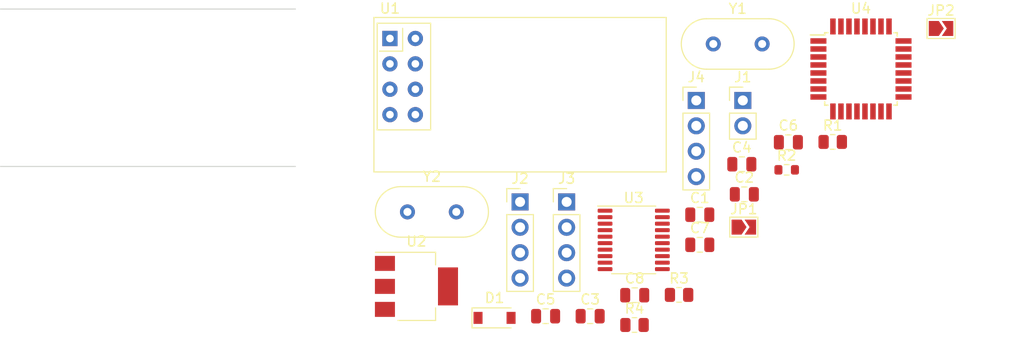
<source format=kicad_pcb>
(kicad_pcb (version 20211014) (generator pcbnew)
  (layers (0 "F.Cu" signal) (31 "B.Cu" signal) (34 "B.Paste" user) (35 "F.Paste" user) (36 "B.SilkS" user "B.Silkscreen") (37 "F.SilkS" user "F.Silkscreen") (38 "B.Mask" user) (39 "F.Mask" user) (44 "Edge.Cuts" user))
  (net 0 "")
  (net 1 "GND")
  (net 2 "Net-(C1-Pad2)")
  (net 3 "+3V3")
  (net 4 "Net-(C4-Pad1)")
  (net 5 "Net-(C6-Pad1)")
  (net 6 "Net-(D1-Pad1)")
  (net 7 "Net-(D1-Pad2)")
  (net 8 "Net-(J2-Pad2)")
  (net 9 "Net-(J2-Pad3)")
  (net 10 "Net-(J3-Pad2)")
  (net 11 "Net-(J3-Pad3)")
  (net 12 "Net-(J4-Pad2)")
  (net 13 "Net-(J4-Pad3)")
  (net 14 "Net-(JP1-Pad2)")
  (net 15 "Net-(JP2-Pad2)")
  (net 16 "Net-(R2-Pad2)")
  (net 17 "Net-(U1-Pad3)")
  (net 18 "Net-(U1-Pad4)")
  (net 19 "Net-(U1-Pad5)")
  (net 20 "Net-(U1-Pad6)")
  (net 21 "Net-(U1-Pad7)")
  (net 22 "Net-(U1-Pad8)")
  (net 23 "Net-(J2-Pad4)")
  (net 24 "Net-(C7-Pad1)")
  (net 25 "Net-(C8-Pad2)")
  (footprint "Package_QFP:TQFP-32_7x7mm_P0.8mm" (layer "F.Cu") (at 236.572 105.562)
    (fp_text reference "U4" (at 0 -6.05) (layer "F.SilkS"))
    (fp_text value "ATmega48-20A")
    (fp_line (start 3.625 -3.625) (end 3.625 -3.3) (layer "F.SilkS") (width 0.15))
    (fp_line (start -3.625 -3.625) (end -3.3 -3.625) (layer "F.SilkS") (width 0.15))
    (fp_line (start 3.625 3.625) (end 3.3 3.625) (layer "F.SilkS") (width 0.15))
    (fp_line (start 3.625 -3.625) (end 3.3 -3.625) (layer "F.SilkS") (width 0.15))
    (fp_line (start -3.625 -3.4) (end -5.05 -3.4) (layer "F.SilkS") (width 0.15))
    (fp_line (start 3.625 3.625) (end 3.625 3.3) (layer "F.SilkS") (width 0.15))
    (fp_line (start -3.625 3.625) (end -3.625 3.3) (layer "F.SilkS") (width 0.15))
    (fp_line (start -3.625 -3.625) (end -3.625 -3.4) (layer "F.SilkS") (width 0.15))
    (fp_line (start -3.625 3.625) (end -3.3 3.625) (layer "F.SilkS") (width 0.15))
    (pad "1" smd rect (at -4.25 -2.8) (size 1.6 0.55) (layers "F.Cu" "F.Paste" "F.Mask"))
    (pad "2" smd rect (at -4.25 -2) (size 1.6 0.55) (layers "F.Cu" "F.Paste" "F.Mask"))
    (pad "3" smd rect (at -4.25 -1.2) (size 1.6 0.55) (layers "F.Cu" "F.Paste" "F.Mask") (net 1 "GND"))
    (pad "4" smd rect (at -4.25 -0.4) (size 1.6 0.55) (layers "F.Cu" "F.Paste" "F.Mask") (net 3 "+3V3"))
    (pad "5" smd rect (at -4.25 0.4) (size 1.6 0.55) (layers "F.Cu" "F.Paste" "F.Mask") (net 1 "GND"))
    (pad "6" smd rect (at -4.25 1.2) (size 1.6 0.55) (layers "F.Cu" "F.Paste" "F.Mask") (net 3 "+3V3"))
    (pad "7" smd rect (at -4.25 2) (size 1.6 0.55) (layers "F.Cu" "F.Paste" "F.Mask") (net 25 "Net-(C8-Pad2)"))
    (pad "8" smd rect (at -4.25 2.8) (size 1.6 0.55) (layers "F.Cu" "F.Paste" "F.Mask") (net 24 "Net-(C7-Pad1)"))
    (pad "9" smd rect (at -2.8 4.25 90) (size 1.6 0.55) (layers "F.Cu" "F.Paste" "F.Mask"))
    (pad "10" smd rect (at -2 4.25 90) (size 1.6 0.55) (layers "F.Cu" "F.Paste" "F.Mask"))
    (pad "11" smd rect (at -1.2 4.25 90) (size 1.6 0.55) (layers "F.Cu" "F.Paste" "F.Mask"))
    (pad "12" smd rect (at -0.4 4.25 90) (size 1.6 0.55) (layers "F.Cu" "F.Paste" "F.Mask"))
    (pad "13" smd rect (at 0.4 4.25 90) (size 1.6 0.55) (layers "F.Cu" "F.Paste" "F.Mask"))
    (pad "14" smd rect (at 1.2 4.25 90) (size 1.6 0.55) (layers "F.Cu" "F.Paste" "F.Mask"))
    (pad "15" smd rect (at 2 4.25 90) (size 1.6 0.55) (layers "F.Cu" "F.Paste" "F.Mask"))
    (pad "16" smd rect (at 2.8 4.25 90) (size 1.6 0.55) (layers "F.Cu" "F.Paste" "F.Mask"))
    (pad "17" smd rect (at 4.25 2.8) (size 1.6 0.55) (layers "F.Cu" "F.Paste" "F.Mask"))
    (pad "18" smd rect (at 4.25 2) (size 1.6 0.55) (layers "F.Cu" "F.Paste" "F.Mask") (net 3 "+3V3"))
    (pad "19" smd rect (at 4.25 1.2) (size 1.6 0.55) (layers "F.Cu" "F.Paste" "F.Mask"))
    (pad "20" smd rect (at 4.25 0.4) (size 1.6 0.55) (layers "F.Cu" "F.Paste" "F.Mask"))
    (pad "21" smd rect (at 4.25 -0.4) (size 1.6 0.55) (layers "F.Cu" "F.Paste" "F.Mask") (net 1 "GND"))
    (pad "22" smd rect (at 4.25 -1.2) (size 1.6 0.55) (layers "F.Cu" "F.Paste" "F.Mask"))
    (pad "23" smd rect (at 4.25 -2) (size 1.6 0.55) (layers "F.Cu" "F.Paste" "F.Mask"))
    (pad "24" smd rect (at 4.25 -2.8) (size 1.6 0.55) (layers "F.Cu" "F.Paste" "F.Mask"))
    (pad "25" smd rect (at 2.8 -4.25 90) (size 1.6 0.55) (layers "F.Cu" "F.Paste" "F.Mask"))
    (pad "26" smd rect (at 2 -4.25 90) (size 1.6 0.55) (layers "F.Cu" "F.Paste" "F.Mask"))
    (pad "27" smd rect (at 1.2 -4.25 90) (size 1.6 0.55) (layers "F.Cu" "F.Paste" "F.Mask"))
    (pad "28" smd rect (at 0.4 -4.25 90) (size 1.6 0.55) (layers "F.Cu" "F.Paste" "F.Mask"))
    (pad "29" smd rect (at -0.4 -4.25 90) (size 1.6 0.55) (layers "F.Cu" "F.Paste" "F.Mask"))
    (pad "30" smd rect (at -1.2 -4.25 90) (size 1.6 0.55) (layers "F.Cu" "F.Paste" "F.Mask"))
    (pad "31" smd rect (at -2 -4.25 90) (size 1.6 0.55) (layers "F.Cu" "F.Paste" "F.Mask"))
    (pad "32" smd rect (at -2.8 -4.25 90) (size 1.6 0.55) (layers "F.Cu" "F.Paste" "F.Mask"))
  )
  (footprint "Jumper:SolderJumper-2_P1.3mm_Open_TrianglePad1.0x1.5mm" (layer "F.Cu") (at 224.872 121.382)
    (fp_text reference "JP1" (at 0 -1.8) (layer "F.SilkS"))
    (fp_text value "SolderJumper_2_Open")
    (fp_line (start -1.4 -1) (end 1.4 -1) (layer "F.SilkS") (width 0.12))
    (fp_line (start 1.4 1) (end -1.4 1) (layer "F.SilkS") (width 0.12))
    (fp_line (start 1.4 -1) (end 1.4 1) (layer "F.SilkS") (width 0.12))
    (fp_line (start -1.4 1) (end -1.4 -1) (layer "F.SilkS") (width 0.12))
    (pad "1" smd custom (at -0.725 0) (size 0.3 0.3) (layers "F.Cu" "F.Mask") (net 1 "GND") (options (clearance outline) (anchor rect)) (primitives (gr_poly (pts (xy 1 0) (xy 0.5 0.75) (xy -0.5 0.75) (xy -0.5 -0.75) (xy 0.5 -0.75)) (width 0) (fill yes))))
    (pad "2" smd custom (at 0.725 0) (size 0.3 0.3) (layers "F.Cu" "F.Mask") (net 14 "Net-(JP1-Pad2)") (options (clearance outline) (anchor rect)) (primitives (gr_poly (pts (xy 0.5 0.75) (xy -0.65 0.75) (xy -0.15 0) (xy -0.65 -0.75) (xy 0.5 -0.75)) (width 0) (fill yes))))
  )
  (footprint "Resistor_SMD:R_0603_1608Metric" (layer "F.Cu") (at 229.152 115.652)
    (fp_text reference "R2" (at 0 -1.43) (layer "F.SilkS"))
    (fp_text value "620")
    (fp_line (start -0.237258 0.5225) (end 0.237258 0.5225) (layer "F.SilkS") (width 0.12))
    (fp_line (start -0.237258 -0.5225) (end 0.237258 -0.5225) (layer "F.SilkS") (width 0.12))
    (pad "1" smd roundrect (at -0.825 0) (size 0.8 0.95) (layers "F.Cu" "F.Paste" "F.Mask") (net 14 "Net-(JP1-Pad2)"))
    (pad "2" smd roundrect (at 0.825 0) (size 0.8 0.95) (layers "F.Cu" "F.Paste" "F.Mask") (net 16 "Net-(R2-Pad2)"))
  )
  (footprint "Capacitor_SMD:C_0805_2012Metric" (layer "F.Cu") (at 224.672 115.092)
    (fp_text reference "C4" (at 0 -1.68) (layer "F.SilkS"))
    (fp_text value "22p")
    (fp_line (start -0.261252 -0.735) (end 0.261252 -0.735) (layer "F.SilkS") (width 0.12))
    (fp_line (start -0.261252 0.735) (end 0.261252 0.735) (layer "F.SilkS") (width 0.12))
    (pad "1" smd roundrect (at -0.95 0) (size 1 1.45) (layers "F.Cu" "F.Paste" "F.Mask") (net 4 "Net-(C4-Pad1)"))
    (pad "2" smd roundrect (at 0.95 0) (size 1 1.45) (layers "F.Cu" "F.Paste" "F.Mask") (net 1 "GND"))
  )
  (footprint "Connector_PinHeader_2.54mm:PinHeader_1x04_P2.54mm_Vertical" (layer "F.Cu") (at 207.172 118.862)
    (fp_text reference "J3" (at 0 -2.33) (layer "F.SilkS"))
    (fp_text value "Conn_01x04")
    (fp_line (start -1.33 0) (end -1.33 -1.33) (layer "F.SilkS") (width 0.12))
    (fp_line (start -1.33 8.95) (end 1.33 8.95) (layer "F.SilkS") (width 0.12))
    (fp_line (start -1.33 1.27) (end 1.33 1.27) (layer "F.SilkS") (width 0.12))
    (fp_line (start -1.33 -1.33) (end 0 -1.33) (layer "F.SilkS") (width 0.12))
    (fp_line (start -1.33 1.27) (end -1.33 8.95) (layer "F.SilkS") (width 0.12))
    (fp_line (start 1.33 1.27) (end 1.33 8.95) (layer "F.SilkS") (width 0.12))
    (pad "1" thru_hole rect (at 0 0) (size 1.7 1.7) (drill 1) (layers *.Cu *.Mask) (net 3 "+3V3"))
    (pad "2" thru_hole oval (at 0 2.54) (size 1.7 1.7) (drill 1) (layers *.Cu *.Mask) (net 10 "Net-(J3-Pad2)"))
    (pad "3" thru_hole oval (at 0 5.08) (size 1.7 1.7) (drill 1) (layers *.Cu *.Mask) (net 11 "Net-(J3-Pad3)"))
    (pad "4" thru_hole oval (at 0 7.62) (size 1.7 1.7) (drill 1) (layers *.Cu *.Mask) (net 1 "GND"))
  )
  (footprint "Crystal:Crystal_HC49-U_Vertical" (layer "F.Cu") (at 191.272 119.862)
    (fp_text reference "Y2" (at 2.44 -3.525) (layer "F.SilkS"))
    (fp_text value "16MHz")
    (fp_line (start -0.685 -2.525) (end 5.565 -2.525) (layer "F.SilkS") (width 0.12))
    (fp_line (start -0.685 2.525) (end 5.565 2.525) (layer "F.SilkS") (width 0.12))
    (fp_arc (start 5.565 -2.525) (mid 8.09 0) (end 5.565 2.525) (layer "F.SilkS") (width 0.12))
    (fp_arc (start -0.685 2.525) (mid -3.21 0) (end -0.685 -2.525) (layer "F.SilkS") (width 0.12))
    (pad "1" thru_hole circle (at 0 0) (size 1.5 1.5) (drill 0.8) (layers *.Cu *.Mask) (net 25 "Net-(C8-Pad2)"))
    (pad "2" thru_hole circle (at 4.88 0) (size 1.5 1.5) (drill 0.8) (layers *.Cu *.Mask) (net 24 "Net-(C7-Pad1)"))
  )
  (footprint "Capacitor_SMD:C_0805_2012Metric" (layer "F.Cu") (at 220.472 120.142)
    (fp_text reference "C1" (at 0 -1.68) (layer "F.SilkS"))
    (fp_text value "22p")
    (fp_line (start -0.261252 0.735) (end 0.261252 0.735) (layer "F.SilkS") (width 0.12))
    (fp_line (start -0.261252 -0.735) (end 0.261252 -0.735) (layer "F.SilkS") (width 0.12))
    (pad "1" smd roundrect (at -0.95 0) (size 1 1.45) (layers "F.Cu" "F.Paste" "F.Mask") (net 1 "GND"))
    (pad "2" smd roundrect (at 0.95 0) (size 1 1.45) (layers "F.Cu" "F.Paste" "F.Mask") (net 2 "Net-(C1-Pad2)"))
  )
  (footprint "Diode_SMD:D_SOD-123" (layer "F.Cu") (at 199.972 130.462)
    (fp_text reference "D1" (at 0 -2) (layer "F.SilkS"))
    (fp_text value "1N4148W")
    (fp_line (start -2.25 -1) (end 1.65 -1) (layer "F.SilkS") (width 0.12))
    (fp_line (start -2.25 1) (end 1.65 1) (layer "F.SilkS") (width 0.12))
    (fp_line (start -2.25 -1) (end -2.25 1) (layer "F.SilkS") (width 0.12))
    (pad "1" smd rect (at -1.65 0) (size 0.9 1.2) (layers "F.Cu" "F.Paste" "F.Mask") (net 6 "Net-(D1-Pad1)"))
    (pad "2" smd rect (at 1.65 0) (size 0.9 1.2) (layers "F.Cu" "F.Paste" "F.Mask") (net 7 "Net-(D1-Pad2)"))
  )
  (footprint "Resistor_SMD:R_0805_2012Metric" (layer "F.Cu") (at 233.752 112.862)
    (fp_text reference "R1" (at 0 -1.65) (layer "F.SilkS"))
    (fp_text value "10k")
    (fp_line (start -0.227064 -0.735) (end 0.227064 -0.735) (layer "F.SilkS") (width 0.12))
    (fp_line (start -0.227064 0.735) (end 0.227064 0.735) (layer "F.SilkS") (width 0.12))
    (pad "1" smd roundrect (at -0.9125 0) (size 1.025 1.4) (layers "F.Cu" "F.Paste" "F.Mask") (roundrect_rratio 0.243902) (net 3 "+3V3"))
    (pad "2" smd roundrect (at 0.9125 0) (size 1.025 1.4) (layers "F.Cu" "F.Paste" "F.Mask") (roundrect_rratio 0.243902) (net 14 "Net-(JP1-Pad2)"))
  )
  (footprint "Crystal:Crystal_HC49-U_Vertical" (layer "F.Cu") (at 221.822 103.062)
    (fp_text reference "Y1" (at 2.44 -3.525) (layer "F.SilkS"))
    (fp_text value "16MHz")
    (fp_line (start -0.685 2.525) (end 5.565 2.525) (layer "F.SilkS") (width 0.12))
    (fp_line (start -0.685 -2.525) (end 5.565 -2.525) (layer "F.SilkS") (width 0.12))
    (fp_arc (start -0.685 2.525) (mid -3.21 0) (end -0.685 -2.525) (layer "F.SilkS") (width 0.12))
    (fp_arc (start 5.565 -2.525) (mid 8.09 0) (end 5.565 2.525) (layer "F.SilkS") (width 0.12))
    (pad "1" thru_hole circle (at 0 0) (size 1.5 1.5) (drill 0.8) (layers *.Cu *.Mask) (net 2 "Net-(C1-Pad2)"))
    (pad "2" thru_hole circle (at 4.88 0) (size 1.5 1.5) (drill 0.8) (layers *.Cu *.Mask) (net 4 "Net-(C4-Pad1)"))
  )
  (footprint "Capacitor_SMD:C_0805_2012Metric" (layer "F.Cu") (at 224.922 118.102)
    (fp_text reference "C2" (at 0 -1.68) (layer "F.SilkS"))
    (fp_text value "100n")
    (fp_line (start -0.261252 0.735) (end 0.261252 0.735) (layer "F.SilkS") (width 0.12))
    (fp_line (start -0.261252 -0.735) (end 0.261252 -0.735) (layer "F.SilkS") (width 0.12))
    (pad "1" smd roundrect (at -0.95 0) (size 1 1.45) (layers "F.Cu" "F.Paste" "F.Mask") (net 3 "+3V3"))
    (pad "2" smd roundrect (at 0.95 0) (size 1 1.45) (layers "F.Cu" "F.Paste" "F.Mask") (net 1 "GND"))
  )
  (footprint "Capacitor_SMD:C_0805_2012Metric" (layer "F.Cu") (at 229.322 112.892)
    (fp_text reference "C6" (at 0 -1.68) (layer "F.SilkS"))
    (fp_text value "100n")
    (fp_line (start -0.261252 0.735) (end 0.261252 0.735) (layer "F.SilkS") (width 0.12))
    (fp_line (start -0.261252 -0.735) (end 0.261252 -0.735) (layer "F.SilkS") (width 0.12))
    (pad "1" smd roundrect (at -0.95 0) (size 1 1.45) (layers "F.Cu" "F.Paste" "F.Mask") (net 5 "Net-(C6-Pad1)"))
    (pad "2" smd roundrect (at 0.95 0) (size 1 1.45) (layers "F.Cu" "F.Paste" "F.Mask") (net 1 "GND"))
  )
  (footprint "Capacitor_SMD:C_0805_2012Metric" (layer "F.Cu") (at 209.522 130.292)
    (fp_text reference "C3" (at 0 -1.68) (layer "F.SilkS"))
    (fp_text value "10u")
    (fp_line (start -0.261252 -0.735) (end 0.261252 -0.735) (layer "F.SilkS") (width 0.12))
    (fp_line (start -0.261252 0.735) (end 0.261252 0.735) (layer "F.SilkS") (width 0.12))
    (pad "1" smd roundrect (at -0.95 0) (size 1 1.45) (layers "F.Cu" "F.Paste" "F.Mask") (net 3 "+3V3"))
    (pad "2" smd roundrect (at 0.95 0) (size 1 1.45) (layers "F.Cu" "F.Paste" "F.Mask") (net 1 "GND"))
  )
  (footprint "Package_SO:TSSOP-20_4.4x6.5mm_P0.65mm" (layer "F.Cu") (at 213.872 122.662)
    (fp_text reference "U3" (at 0 -4.2) (layer "F.SilkS"))
    (fp_text value "STM32F030F4Px")
    (fp_line (start 0 -3.385) (end 2.2 -3.385) (layer "F.SilkS") (width 0.12))
    (fp_line (start 0 3.385) (end 2.2 3.385) (layer "F.SilkS") (width 0.12))
    (fp_line (start 0 -3.385) (end -3.6 -3.385) (layer "F.SilkS") (width 0.12))
    (fp_line (start 0 3.385) (end -2.2 3.385) (layer "F.SilkS") (width 0.12))
    (pad "1" smd roundrect (at -2.8625 -2.925) (size 1.475 0.4) (layers "F.Cu" "F.Paste" "F.Mask") (net 16 "Net-(R2-Pad2)"))
    (pad "2" smd roundrect (at -2.8625 -2.275) (size 1.475 0.4) (layers "F.Cu" "F.Paste" "F.Mask") (net 2 "Net-(C1-Pad2)"))
    (pad "3" smd roundrect (at -2.8625 -1.625) (size 1.475 0.4) (layers "F.Cu" "F.Paste" "F.Mask") (net 4 "Net-(C4-Pad1)"))
    (pad "4" smd roundrect (at -2.8625 -0.975) (size 1.475 0.4) (layers "F.Cu" "F.Paste" "F.Mask") (net 5 "Net-(C6-Pad1)"))
    (pad "5" smd roundrect (at -2.8625 -0.325) (size 1.475 0.4) (layers "F.Cu" "F.Paste" "F.Mask") (net 3 "+3V3"))
    (pad "6" smd roundrect (at -2.8625 0.325) (size 1.475 0.4) (layers "F.Cu" "F.Paste" "F.Mask") (net 12 "Net-(J4-Pad2)"))
    (pad "7" smd roundrect (at -2.8625 0.975) (size 1.475 0.4) (layers "F.Cu" "F.Paste" "F.Mask") (net 13 "Net-(J4-Pad3)"))
    (pad "8" smd roundrect (at -2.8625 1.625) (size 1.475 0.4) (layers "F.Cu" "F.Paste" "F.Mask") (net 22 "Net-(U1-Pad8)"))
    (pad "9" smd roundrect (at -2.8625 2.275) (size 1.475 0.4) (layers "F.Cu" "F.Paste" "F.Mask") (net 17 "Net-(U1-Pad3)"))
    (pad "10" smd roundrect (at -2.8625 2.925) (size 1.475 0.4) (layers "F.Cu" "F.Paste" "F.Mask") (net 18 "Net-(U1-Pad4)"))
    (pad "11" smd roundrect (at 2.8625 2.925) (size 1.475 0.4) (layers "F.Cu" "F.Paste" "F.Mask") (net 19 "Net-(U1-Pad5)"))
    (pad "12" smd roundrect (at 2.8625 2.275) (size 1.475 0.4) (layers "F.Cu" "F.Paste" "F.Mask") (net 21 "Net-(U1-Pad7)"))
    (pad "13" smd roundrect (at 2.8625 1.625) (size 1.475 0.4) (layers "F.Cu" "F.Paste" "F.Mask") (net 20 "Net-(U1-Pad6)"))
    (pad "14" smd roundrect (at 2.8625 0.975) (size 1.475 0.4) (layers "F.Cu" "F.Paste" "F.Mask") (net 8 "Net-(J2-Pad2)"))
    (pad "15" smd roundrect (at 2.8625 0.325) (size 1.475 0.4) (layers "F.Cu" "F.Paste" "F.Mask") (net 1 "GND"))
    (pad "16" smd roundrect (at 2.8625 -0.325) (size 1.475 0.4) (layers "F.Cu" "F.Paste" "F.Mask") (net 3 "+3V3"))
    (pad "17" smd roundrect (at 2.8625 -0.975) (size 1.475 0.4) (layers "F.Cu" "F.Paste" "F.Mask") (net 23 "Net-(J2-Pad4)"))
    (pad "18" smd roundrect (at 2.8625 -1.625) (size 1.475 0.4) (layers "F.Cu" "F.Paste" "F.Mask") (net 9 "Net-(J2-Pad3)"))
    (pad "19" smd roundrect (at 2.8625 -2.275) (size 1.475 0.4) (layers "F.Cu" "F.Paste" "F.Mask") (net 10 "Net-(J3-Pad2)"))
    (pad "20" smd roundrect (at 2.8625 -2.925) (size 1.475 0.4) (layers "F.Cu" "F.Paste" "F.Mask") (net 11 "Net-(J3-Pad3)"))
  )
  (footprint "Capacitor_SMD:C_0805_2012Metric" (layer "F.Cu") (at 213.972 128.192)
    (fp_text reference "C8" (at 0 -1.68) (layer "F.SilkS"))
    (fp_text value "22p")
    (fp_line (start -0.261252 0.735) (end 0.261252 0.735) (layer "F.SilkS") (width 0.12))
    (fp_line (start -0.261252 -0.735) (end 0.261252 -0.735) (layer "F.SilkS") (width 0.12))
    (pad "1" smd roundrect (at -0.95 0) (size 1 1.45) (layers "F.Cu" "F.Paste" "F.Mask") (net 1 "GND"))
    (pad "2" smd roundrect (at 0.95 0) (size 1 1.45) (layers "F.Cu" "F.Paste" "F.Mask") (net 25 "Net-(C8-Pad2)"))
  )
  (footprint "Resistor_SMD:R_0805_2012Metric" (layer "F.Cu") (at 213.952 131.172)
    (fp_text reference "R4" (at 0 -1.65) (layer "F.SilkS"))
    (fp_text value "4,7k")
    (fp_line (start -0.227064 0.735) (end 0.227064 0.735) (layer "F.SilkS") (width 0.12))
    (fp_line (start -0.227064 -0.735) (end 0.227064 -0.735) (layer "F.SilkS") (width 0.12))
    (pad "1" smd roundrect (at -0.9125 0) (size 1.025 1.4) (layers "F.Cu" "F.Paste" "F.Mask") (roundrect_rratio 0.243902) (net 3 "+3V3"))
    (pad "2" smd roundrect (at 0.9125 0) (size 1.025 1.4) (layers "F.Cu" "F.Paste" "F.Mask") (roundrect_rratio 0.243902) (net 15 "Net-(JP2-Pad2)"))
  )
  (footprint "Capacitor_SMD:C_0805_2012Metric" (layer "F.Cu") (at 205.072 130.292)
    (fp_text reference "C5" (at 0 -1.68) (layer "F.SilkS"))
    (fp_text value "100n")
    (fp_line (start -0.261252 -0.735) (end 0.261252 -0.735) (layer "F.SilkS") (width 0.12))
    (fp_line (start -0.261252 0.735) (end 0.261252 0.735) (layer "F.SilkS") (width 0.12))
    (pad "1" smd roundrect (at -0.95 0) (size 1 1.45) (layers "F.Cu" "F.Paste" "F.Mask") (net 3 "+3V3"))
    (pad "2" smd roundrect (at 0.95 0) (size 1 1.45) (layers "F.Cu" "F.Paste" "F.Mask") (net 1 "GND"))
  )
  (footprint "Capacitor_SMD:C_0805_2012Metric" (layer "F.Cu") (at 220.472 123.152)
    (fp_text reference "C7" (at 0 -1.68) (layer "F.SilkS"))
    (fp_text value "22p")
    (fp_line (start -0.261252 -0.735) (end 0.261252 -0.735) (layer "F.SilkS") (width 0.12))
    (fp_line (start -0.261252 0.735) (end 0.261252 0.735) (layer "F.SilkS") (width 0.12))
    (pad "1" smd roundrect (at -0.95 0) (size 1 1.45) (layers "F.Cu" "F.Paste" "F.Mask") (net 24 "Net-(C7-Pad1)"))
    (pad "2" smd roundrect (at 0.95 0) (size 1 1.45) (layers "F.Cu" "F.Paste" "F.Mask") (net 1 "GND"))
  )
  (footprint "Connector_PinHeader_2.54mm:PinHeader_1x04_P2.54mm_Vertical" (layer "F.Cu") (at 220.122 108.712)
    (fp_text reference "J4" (at 0 -2.33) (layer "F.SilkS"))
    (fp_text value "Conn_01x04")
    (fp_line (start -1.33 -1.33) (end 0 -1.33) (layer "F.SilkS") (width 0.12))
    (fp_line (start 1.33 1.27) (end 1.33 8.95) (layer "F.SilkS") (width 0.12))
    (fp_line (start -1.33 1.27) (end 1.33 1.27) (layer "F.SilkS") (width 0.12))
    (fp_line (start -1.33 0) (end -1.33 -1.33) (layer "F.SilkS") (width 0.12))
    (fp_line (start -1.33 8.95) (end 1.33 8.95) (layer "F.SilkS") (width 0.12))
    (fp_line (start -1.33 1.27) (end -1.33 8.95) (layer "F.SilkS") (width 0.12))
    (pad "1" thru_hole rect (at 0 0) (size 1.7 1.7) (drill 1) (layers *.Cu *.Mask) (net 3 "+3V3"))
    (pad "2" thru_hole oval (at 0 2.54) (size 1.7 1.7) (drill 1) (layers *.Cu *.Mask) (net 12 "Net-(J4-Pad2)"))
    (pad "3" thru_hole oval (at 0 5.08) (size 1.7 1.7) (drill 1) (layers *.Cu *.Mask) (net 13 "Net-(J4-Pad3)"))
    (pad "4" thru_hole oval (at 0 7.62) (size 1.7 1.7) (drill 1) (layers *.Cu *.Mask) (net 1 "GND"))
  )
  (footprint "Jumper:SolderJumper-2_P1.3mm_Open_TrianglePad1.0x1.5mm" (layer "F.Cu") (at 244.572 101.512)
    (fp_text reference "JP2" (at 0 -1.8) (layer "F.SilkS"))
    (fp_text value "SolderJumper_2_Open")
    (fp_line (start 1.4 -1) (end 1.4 1) (layer "F.SilkS") (width 0.12))
    (fp_line (start 1.4 1) (end -1.4 1) (layer "F.SilkS") (width 0.12))
    (fp_line (start -1.4 -1) (end 1.4 -1) (layer "F.SilkS") (width 0.12))
    (fp_line (start -1.4 1) (end -1.4 -1) (layer "F.SilkS") (width 0.12))
    (pad "1" smd custom (at -0.725 0) (size 0.3 0.3) (layers "F.Cu" "F.Mask") (net 13 "Net-(J4-Pad3)") (options (clearance outline) (anchor rect)) (primitives (gr_poly (pts (xy 1 0) (xy 0.5 0.75) (xy -0.5 0.75) (xy -0.5 -0.75) (xy 0.5 -0.75)) (width 0) (fill yes))))
    (pad "2" smd custom (at 0.725 0) (size 0.3 0.3) (layers "F.Cu" "F.Mask") (net 15 "Net-(JP2-Pad2)") (options (clearance outline) (anchor rect)) (primitives (gr_poly (pts (xy 0.5 0.75) (xy -0.65 0.75) (xy -0.15 0) (xy -0.65 -0.75) (xy 0.5 -0.75)) (width 0) (fill yes))))
  )
  (footprint "Connector_PinHeader_2.54mm:PinHeader_1x04_P2.54mm_Vertical" (layer "F.Cu") (at 202.522 118.862)
    (fp_text reference "J2" (at 0 -2.33) (layer "F.SilkS"))
    (fp_text value "Conn_01x04")
    (fp_line (start 1.33 1.27) (end 1.33 8.95) (layer "F.SilkS") (width 0.12))
    (fp_line (start -1.33 1.27) (end -1.33 8.95) (layer "F.SilkS") (width 0.12))
    (fp_line (start -1.33 -1.33) (end 0 -1.33) (layer "F.SilkS") (width 0.12))
    (fp_line (start -1.33 8.95) (end 1.33 8.95) (layer "F.SilkS") (width 0.12))
    (fp_line (start -1.33 1.27) (end 1.33 1.27) (layer "F.SilkS") (width 0.12))
    (fp_line (start -1.33 0) (end -1.33 -1.33) (layer "F.SilkS") (width 0.12))
    (pad "1" thru_hole rect (at 0 0) (size 1.7 1.7) (drill 1) (layers *.Cu *.Mask) (net 1 "GND"))
    (pad "2" thru_hole oval (at 0 2.54) (size 1.7 1.7) (drill 1) (layers *.Cu *.Mask) (net 8 "Net-(J2-Pad2)"))
    (pad "3" thru_hole oval (at 0 5.08) (size 1.7 1.7) (drill 1) (layers *.Cu *.Mask) (net 9 "Net-(J2-Pad3)"))
    (pad "4" thru_hole oval (at 0 7.62) (size 1.7 1.7) (drill 1) (layers *.Cu *.Mask) (net 23 "Net-(J2-Pad4)"))
  )
  (footprint "Resistor_SMD:R_0805_2012Metric" (layer "F.Cu") (at 218.402 128.162)
    (fp_text reference "R3" (at 0 -1.65) (layer "F.SilkS"))
    (fp_text value "10k")
    (fp_line (start -0.227064 0.735) (end 0.227064 0.735) (layer "F.SilkS") (width 0.12))
    (fp_line (start -0.227064 -0.735) (end 0.227064 -0.735) (layer "F.SilkS") (width 0.12))
    (pad "1" smd roundrect (at -0.9125 0) (size 1.025 1.4) (layers "F.Cu" "F.Paste" "F.Mask") (roundrect_rratio 0.243902) (net 3 "+3V3"))
    (pad "2" smd roundrect (at 0.9125 0) (size 1.025 1.4) (layers "F.Cu" "F.Paste" "F.Mask") (roundrect_rratio 0.243902) (net 5 "Net-(C6-Pad1)"))
  )
  (footprint "RF_Module:nRF24L01_Breakout" (layer "F.Cu") (at 189.522 102.512)
    (fp_text reference "U1" (at 0 -3) (layer "F.SilkS"))
    (fp_text value "NRF24L01_Breakout")
    (fp_line (start 27.6 -2.1) (end 27.6 13.35) (layer "F.SilkS") (width 0.12))
    (fp_line (start -1.6 -2.1) (end -1.6 -2.1) (layer "F.SilkS") (width 0.12))
    (fp_line (start -1.27 -1.524) (end -1.27 -1.524) (layer "F.SilkS") (width 0.12))
    (fp_line (start -1.016 1.27) (end -1.016 1.27) (layer "F.SilkS") (width 0.12))
    (fp_line (start -1.6 13.35) (end -1.6 -2.1) (layer "F.SilkS") (width 0.12))
    (fp_line (start -1.27 9.144) (end -1.27 -1.524) (layer "F.SilkS") (width 0.12))
    (fp_line (start 1.27 -1.016) (end 1.27 1.27) (layer "F.SilkS") (width 0.12))
    (fp_line (start -1.27 9.144) (end -1.27 9.144) (layer "F.SilkS") (width 0.12))
    (fp_line (start -1.27 -1.524) (end 4.064 -1.524) (layer "F.SilkS") (width 0.12))
    (fp_line (start 4.064 9.144) (end -1.27 9.144) (layer "F.SilkS") (width 0.12))
    (fp_line (start 27.6 13.35) (end -1.6 13.35) (layer "F.SilkS") (width 0.12))
    (fp_line (start 1.27 1.27) (end -1.016 1.27) (layer "F.SilkS") (width 0.12))
    (fp_line (start -1.6 -2.1) (end 27.6 -2.1) (layer "F.SilkS") (width 0.12))
    (fp_line (start 4.064 -1.524) (end 4.064 9.144) (layer "F.SilkS") (width 0.12))
    (pad "1" thru_hole rect (at 0 0) (size 1.524 1.524) (drill 0.762) (layers *.Cu *.Mask) (net 1 "GND"))
    (pad "2" thru_hole circle (at 2.54 0) (size 1.524 1.524) (drill 0.762) (layers *.Cu *.Mask) (net 3 "+3V3"))
    (pad "3" thru_hole circle (at 0 2.54) (size 1.524 1.524) (drill 0.762) (layers *.Cu *.Mask) (net 17 "Net-(U1-Pad3)"))
    (pad "4" thru_hole circle (at 2.54 2.54) (size 1.524 1.524) (drill 0.762) (layers *.Cu *.Mask) (net 18 "Net-(U1-Pad4)"))
    (pad "5" thru_hole circle (at 0 5.08) (size 1.524 1.524) (drill 0.762) (layers *.Cu *.Mask) (net 19 "Net-(U1-Pad5)"))
    (pad "6" thru_hole circle (at 2.54 5.08) (size 1.524 1.524) (drill 0.762) (layers *.Cu *.Mask) (net 20 "Net-(U1-Pad6)"))
    (pad "7" thru_hole circle (at 0 7.62) (size 1.524 1.524) (drill 0.762) (layers *.Cu *.Mask) (net 21 "Net-(U1-Pad7)"))
    (pad "8" thru_hole circle (at 2.54 7.62) (size 1.524 1.524) (drill 0.762) (layers *.Cu *.Mask) (net 22 "Net-(U1-Pad8)"))
  )
  (footprint "Connector_PinHeader_2.54mm:PinHeader_1x02_P2.54mm_Vertical" (layer "F.Cu") (at 224.772 108.712)
    (fp_text reference "J1" (at 0 -2.33) (layer "F.SilkS"))
    (fp_text value "Conn_01x02")
    (fp_line (start -1.33 1.27) (end 1.33 1.27) (layer "F.SilkS") (width 0.12))
    (fp_line (start -1.33 3.87) (end 1.33 3.87) (layer "F.SilkS") (width 0.12))
    (fp_line (start -1.33 0) (end -1.33 -1.33) (layer "F.SilkS") (width 0.12))
    (fp_line (start -1.33 1.27) (end -1.33 3.87) (layer "F.SilkS") (width 0.12))
    (fp_line (start -1.33 -1.33) (end 0 -1.33) (layer "F.SilkS") (width 0.12))
    (fp_line (start 1.33 1.27) (end 1.33 3.87) (layer "F.SilkS") (width 0.12))
    (pad "1" thru_hole rect (at 0 0) (size 1.7 1.7) (drill 1) (layers *.Cu *.Mask) (net 1 "GND"))
    (pad "2" thru_hole oval (at 0 2.54) (size 1.7 1.7) (drill 1) (layers *.Cu *.Mask) (net 7 "Net-(D1-Pad2)"))
  )
  (footprint "Package_TO_SOT_SMD:SOT-223-3_TabPin2" (layer "F.Cu") (at 192.172 127.312)
    (fp_text reference "U2" (at 0 -4.5) (layer "F.SilkS"))
    (fp_text value "AMS1117-3.3")
    (fp_line (start 1.91 3.41) (end 1.91 2.15) (layer "F.SilkS") (width 0.12))
    (fp_line (start -1.85 3.41) (end 1.91 3.41) (layer "F.SilkS") (width 0.12))
    (fp_line (start -4.1 -3.41) (end 1.91 -3.41) (layer "F.SilkS") (width 0.12))
    (fp_line (start 1.91 -3.41) (end 1.91 -2.15) (layer "F.SilkS") (width 0.12))
    (pad "1" smd rect (at -3.15 -2.3) (size 2 1.5) (layers "F.Cu" "F.Paste" "F.Mask") (net 1 "GND"))
    (pad "2" smd rect (at -3.15 0) (size 2 1.5) (layers "F.Cu" "F.Paste" "F.Mask") (net 3 "+3V3"))
    (pad "2" smd rect (at 3.15 0) (size 2 3.8) (layers "F.Cu" "F.Paste" "F.Mask") (net 3 "+3V3"))
    (pad "3" smd rect (at -3.15 2.3) (size 2 1.5) (layers "F.Cu" "F.Paste" "F.Mask") (net 6 "Net-(D1-Pad1)"))
  )
  (gr_line (start 150.622 99.568) (end 180.086 99.568) (layer "Edge.Cuts") (width 0.1))
  (gr_line (start 180.086 115.316) (end 150.622 115.316) (layer "Edge.Cuts") (width 0.1))
)
</source>
